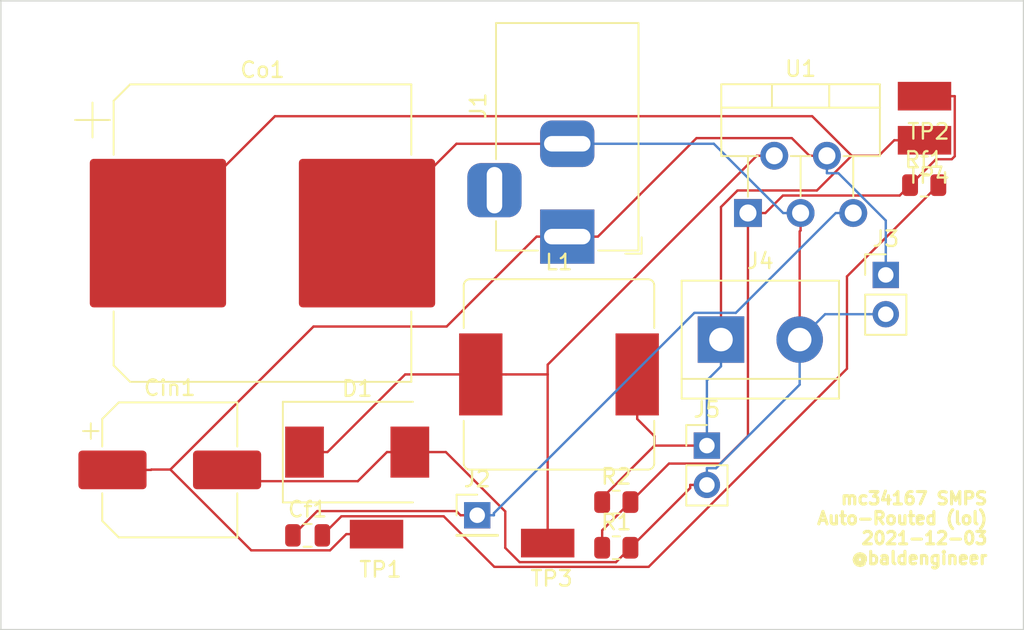
<source format=kicad_pcb>
(kicad_pcb (version 20171130) (host pcbnew "(5.1.10)-1")

  (general
    (thickness 1.6)
    (drawings 5)
    (tracks 109)
    (zones 0)
    (modules 18)
    (nets 8)
  )

  (page A4)
  (layers
    (0 F.Cu signal)
    (31 B.Cu signal)
    (32 B.Adhes user)
    (33 F.Adhes user)
    (34 B.Paste user)
    (35 F.Paste user)
    (36 B.SilkS user)
    (37 F.SilkS user)
    (38 B.Mask user)
    (39 F.Mask user)
    (40 Dwgs.User user)
    (41 Cmts.User user)
    (42 Eco1.User user)
    (43 Eco2.User user)
    (44 Edge.Cuts user)
    (45 Margin user)
    (46 B.CrtYd user)
    (47 F.CrtYd user)
    (48 B.Fab user)
    (49 F.Fab user)
  )

  (setup
    (last_trace_width 0.1524)
    (trace_clearance 0.1524)
    (zone_clearance 0.508)
    (zone_45_only no)
    (trace_min 0.1524)
    (via_size 0.8)
    (via_drill 0.4)
    (via_min_size 0.4)
    (via_min_drill 0.3)
    (uvia_size 0.3)
    (uvia_drill 0.1)
    (uvias_allowed no)
    (uvia_min_size 0.2)
    (uvia_min_drill 0.1)
    (edge_width 0.05)
    (segment_width 0.2)
    (pcb_text_width 0.3)
    (pcb_text_size 1.5 1.5)
    (mod_edge_width 0.12)
    (mod_text_size 1 1)
    (mod_text_width 0.15)
    (pad_size 1.524 1.524)
    (pad_drill 0.762)
    (pad_to_mask_clearance 0)
    (solder_mask_min_width 0.101)
    (aux_axis_origin 0 0)
    (visible_elements 7FFFFFFF)
    (pcbplotparams
      (layerselection 0x010fc_ffffffff)
      (usegerberextensions false)
      (usegerberattributes true)
      (usegerberadvancedattributes true)
      (creategerberjobfile true)
      (excludeedgelayer true)
      (linewidth 0.100000)
      (plotframeref false)
      (viasonmask false)
      (mode 1)
      (useauxorigin false)
      (hpglpennumber 1)
      (hpglpenspeed 20)
      (hpglpendiameter 15.000000)
      (psnegative false)
      (psa4output false)
      (plotreference true)
      (plotvalue true)
      (plotinvisibletext false)
      (padsonsilk false)
      (subtractmaskfromsilk false)
      (outputformat 1)
      (mirror false)
      (drillshape 1)
      (scaleselection 1)
      (outputdirectory ""))
  )

  (net 0 "")
  (net 1 "Net-(Cf1-Pad2)")
  (net 2 /Comp)
  (net 3 GND)
  (net 4 /Vin)
  (net 5 /Vout)
  (net 6 /SW)
  (net 7 /Fb)

  (net_class Default "This is the default net class."
    (clearance 0.1524)
    (trace_width 0.1524)
    (via_dia 0.8)
    (via_drill 0.4)
    (uvia_dia 0.3)
    (uvia_drill 0.1)
    (add_net /Comp)
    (add_net /Fb)
    (add_net /SW)
    (add_net /Vin)
    (add_net /Vout)
    (add_net GND)
    (add_net "Net-(Cf1-Pad2)")
  )

  (module Package_TO_SOT_THT:TO-220-5_P3.4x3.7mm_StaggerOdd_Lead3.8mm_Vertical (layer F.Cu) (tedit 5AF05A31) (tstamp 61A715AB)
    (at 149.842 94.994)
    (descr "TO-220-5, Vertical, RM 1.7mm, Pentawatt, Multiwatt-5, staggered type-1, see http://www.analog.com/media/en/package-pcb-resources/package/pkg_pdf/ltc-legacy-to-220/to-220_5_05-08-1421.pdf?domain=www.linear.com, https://www.diodes.com/assets/Package-Files/TO220-5.pdf")
    (tags "TO-220-5 Vertical RM 1.7mm Pentawatt Multiwatt-5 staggered type-1")
    (path /61A70213)
    (fp_text reference U1 (at 3.4 -9.32) (layer F.SilkS)
      (effects (font (size 1 1) (thickness 0.15)))
    )
    (fp_text value MC34167 (at 3.4 2.15) (layer F.Fab)
      (effects (font (size 1 1) (thickness 0.15)))
    )
    (fp_line (start 8.65 -8.45) (end -1.85 -8.45) (layer F.CrtYd) (width 0.05))
    (fp_line (start 8.65 1.15) (end 8.65 -8.45) (layer F.CrtYd) (width 0.05))
    (fp_line (start -1.85 1.15) (end 8.65 1.15) (layer F.CrtYd) (width 0.05))
    (fp_line (start -1.85 -8.45) (end -1.85 1.15) (layer F.CrtYd) (width 0.05))
    (fp_line (start 6.8 -3.679) (end 6.8 -1.065) (layer F.SilkS) (width 0.12))
    (fp_line (start 3.4 -3.679) (end 3.4 -1.065) (layer F.SilkS) (width 0.12))
    (fp_line (start 0 -3.679) (end 0 -1.049) (layer F.SilkS) (width 0.12))
    (fp_line (start 5.25 -8.32) (end 5.25 -6.811) (layer F.SilkS) (width 0.12))
    (fp_line (start 1.55 -8.32) (end 1.55 -6.811) (layer F.SilkS) (width 0.12))
    (fp_line (start -1.721 -6.811) (end 8.52 -6.811) (layer F.SilkS) (width 0.12))
    (fp_line (start 8.52 -8.32) (end 8.52 -3.679) (layer F.SilkS) (width 0.12))
    (fp_line (start -1.721 -8.32) (end -1.721 -3.679) (layer F.SilkS) (width 0.12))
    (fp_line (start 6.165 -3.679) (end 8.52 -3.679) (layer F.SilkS) (width 0.12))
    (fp_line (start 2.765 -3.679) (end 4.035 -3.679) (layer F.SilkS) (width 0.12))
    (fp_line (start -1.721 -3.679) (end 0.635 -3.679) (layer F.SilkS) (width 0.12))
    (fp_line (start -1.721 -8.32) (end 8.52 -8.32) (layer F.SilkS) (width 0.12))
    (fp_line (start 6.8 -3.8) (end 6.8 0) (layer F.Fab) (width 0.1))
    (fp_line (start 5.1 -3.8) (end 5.1 -3.7) (layer F.Fab) (width 0.1))
    (fp_line (start 3.4 -3.8) (end 3.4 0) (layer F.Fab) (width 0.1))
    (fp_line (start 1.7 -3.8) (end 1.7 -3.7) (layer F.Fab) (width 0.1))
    (fp_line (start 0 -3.8) (end 0 0) (layer F.Fab) (width 0.1))
    (fp_line (start 5.25 -8.2) (end 5.25 -6.93) (layer F.Fab) (width 0.1))
    (fp_line (start 1.55 -8.2) (end 1.55 -6.93) (layer F.Fab) (width 0.1))
    (fp_line (start -1.6 -6.93) (end 8.4 -6.93) (layer F.Fab) (width 0.1))
    (fp_line (start 8.4 -8.2) (end -1.6 -8.2) (layer F.Fab) (width 0.1))
    (fp_line (start 8.4 -3.8) (end 8.4 -8.2) (layer F.Fab) (width 0.1))
    (fp_line (start -1.6 -3.8) (end 8.4 -3.8) (layer F.Fab) (width 0.1))
    (fp_line (start -1.6 -8.2) (end -1.6 -3.8) (layer F.Fab) (width 0.1))
    (fp_text user %R (at 3.4 -9.32) (layer F.Fab)
      (effects (font (size 1 1) (thickness 0.15)))
    )
    (pad 5 thru_hole oval (at 6.8 0) (size 1.8 1.8) (drill 1.1) (layers *.Cu *.Mask)
      (net 2 /Comp))
    (pad 4 thru_hole oval (at 5.1 -3.7) (size 1.8 1.8) (drill 1.1) (layers *.Cu *.Mask)
      (net 4 /Vin))
    (pad 3 thru_hole oval (at 3.4 0) (size 1.8 1.8) (drill 1.1) (layers *.Cu *.Mask)
      (net 3 GND))
    (pad 2 thru_hole oval (at 1.7 -3.7) (size 1.8 1.8) (drill 1.1) (layers *.Cu *.Mask)
      (net 6 /SW))
    (pad 1 thru_hole rect (at 0 0) (size 1.8 1.8) (drill 1.1) (layers *.Cu *.Mask)
      (net 7 /Fb))
    (model ${KISYS3DMOD}/Package_TO_SOT_THT.3dshapes/TO-220-5_P3.4x3.7mm_StaggerOdd_Lead3.8mm_Vertical.wrl
      (at (xyz 0 0 0))
      (scale (xyz 1 1 1))
      (rotate (xyz 0 0 0))
    )
  )

  (module "My Libraries:Harwin-S1751-46-Test-Point" (layer F.Cu) (tedit 5F9F0FC9) (tstamp 61A71585)
    (at 161.242 90.294)
    (path /61A9AAB1)
    (fp_text reference TP4 (at 0.254 2.286) (layer F.SilkS)
      (effects (font (size 1 1) (thickness 0.15)))
    )
    (fp_text value Out (at 0 -1.778) (layer F.Fab)
      (effects (font (size 1 1) (thickness 0.15)))
    )
    (pad 1 smd rect (at 0 0) (size 3.45 1.85) (layers F.Cu F.Paste F.Mask)
      (net 5 /Vout))
    (model "C:/Users/balde/Dropbox/KiCad/Downloaded Libraries/s1751-46.stp"
      (offset (xyz 0 0.825 2))
      (scale (xyz 1 1 1))
      (rotate (xyz -90 0 0))
    )
  )

  (module "My Libraries:Harwin-S1751-46-Test-Point" (layer F.Cu) (tedit 5F9F0FC9) (tstamp 61A71580)
    (at 136.912 116.324)
    (path /61A95EFC)
    (fp_text reference TP3 (at 0.254 2.286) (layer F.SilkS)
      (effects (font (size 1 1) (thickness 0.15)))
    )
    (fp_text value SW (at 0 -1.778) (layer F.Fab)
      (effects (font (size 1 1) (thickness 0.15)))
    )
    (pad 1 smd rect (at 0 0) (size 3.45 1.85) (layers F.Cu F.Paste F.Mask)
      (net 6 /SW))
    (model "C:/Users/balde/Dropbox/KiCad/Downloaded Libraries/s1751-46.stp"
      (offset (xyz 0 0.825 2))
      (scale (xyz 1 1 1))
      (rotate (xyz -90 0 0))
    )
  )

  (module "My Libraries:Harwin-S1751-46-Test-Point" (layer F.Cu) (tedit 5F9F0FC9) (tstamp 61A7157B)
    (at 161.242 87.444)
    (path /61A968EB)
    (fp_text reference TP2 (at 0.254 2.286) (layer F.SilkS)
      (effects (font (size 1 1) (thickness 0.15)))
    )
    (fp_text value FB (at 0 -1.778) (layer F.Fab)
      (effects (font (size 1 1) (thickness 0.15)))
    )
    (pad 1 smd rect (at 0 0) (size 3.45 1.85) (layers F.Cu F.Paste F.Mask)
      (net 7 /Fb))
    (model "C:/Users/balde/Dropbox/KiCad/Downloaded Libraries/s1751-46.stp"
      (offset (xyz 0 0.825 2))
      (scale (xyz 1 1 1))
      (rotate (xyz -90 0 0))
    )
  )

  (module "My Libraries:Harwin-S1751-46-Test-Point" (layer F.Cu) (tedit 5F9F0FC9) (tstamp 61A71576)
    (at 125.862 115.744)
    (path /61A9A115)
    (fp_text reference TP1 (at 0.254 2.286) (layer F.SilkS)
      (effects (font (size 1 1) (thickness 0.15)))
    )
    (fp_text value In (at 0 -1.778) (layer F.Fab)
      (effects (font (size 1 1) (thickness 0.15)))
    )
    (pad 1 smd rect (at 0 0) (size 3.45 1.85) (layers F.Cu F.Paste F.Mask)
      (net 4 /Vin))
    (model "C:/Users/balde/Dropbox/KiCad/Downloaded Libraries/s1751-46.stp"
      (offset (xyz 0 0.825 2))
      (scale (xyz 1 1 1))
      (rotate (xyz -90 0 0))
    )
  )

  (module Resistor_SMD:R_0805_2012Metric (layer F.Cu) (tedit 5F68FEEE) (tstamp 61A71571)
    (at 161.222 93.194)
    (descr "Resistor SMD 0805 (2012 Metric), square (rectangular) end terminal, IPC_7351 nominal, (Body size source: IPC-SM-782 page 72, https://www.pcb-3d.com/wordpress/wp-content/uploads/ipc-sm-782a_amendment_1_and_2.pdf), generated with kicad-footprint-generator")
    (tags resistor)
    (path /61A77739)
    (attr smd)
    (fp_text reference Rf1 (at 0 -1.65) (layer F.SilkS)
      (effects (font (size 1 1) (thickness 0.15)))
    )
    (fp_text value 68k (at 0 1.65) (layer F.Fab)
      (effects (font (size 1 1) (thickness 0.15)))
    )
    (fp_line (start 1.68 0.95) (end -1.68 0.95) (layer F.CrtYd) (width 0.05))
    (fp_line (start 1.68 -0.95) (end 1.68 0.95) (layer F.CrtYd) (width 0.05))
    (fp_line (start -1.68 -0.95) (end 1.68 -0.95) (layer F.CrtYd) (width 0.05))
    (fp_line (start -1.68 0.95) (end -1.68 -0.95) (layer F.CrtYd) (width 0.05))
    (fp_line (start -0.227064 0.735) (end 0.227064 0.735) (layer F.SilkS) (width 0.12))
    (fp_line (start -0.227064 -0.735) (end 0.227064 -0.735) (layer F.SilkS) (width 0.12))
    (fp_line (start 1 0.625) (end -1 0.625) (layer F.Fab) (width 0.1))
    (fp_line (start 1 -0.625) (end 1 0.625) (layer F.Fab) (width 0.1))
    (fp_line (start -1 -0.625) (end 1 -0.625) (layer F.Fab) (width 0.1))
    (fp_line (start -1 0.625) (end -1 -0.625) (layer F.Fab) (width 0.1))
    (fp_text user %R (at 0 0) (layer F.Fab)
      (effects (font (size 0.5 0.5) (thickness 0.08)))
    )
    (pad 2 smd roundrect (at 0.9125 0) (size 1.025 1.4) (layers F.Cu F.Paste F.Mask) (roundrect_rratio 0.243902)
      (net 1 "Net-(Cf1-Pad2)"))
    (pad 1 smd roundrect (at -0.9125 0) (size 1.025 1.4) (layers F.Cu F.Paste F.Mask) (roundrect_rratio 0.243902)
      (net 7 /Fb))
    (model ${KISYS3DMOD}/Resistor_SMD.3dshapes/R_0805_2012Metric.wrl
      (at (xyz 0 0 0))
      (scale (xyz 1 1 1))
      (rotate (xyz 0 0 0))
    )
  )

  (module Resistor_SMD:R_0805_2012Metric (layer F.Cu) (tedit 5F68FEEE) (tstamp 61A71560)
    (at 141.342 113.674)
    (descr "Resistor SMD 0805 (2012 Metric), square (rectangular) end terminal, IPC_7351 nominal, (Body size source: IPC-SM-782 page 72, https://www.pcb-3d.com/wordpress/wp-content/uploads/ipc-sm-782a_amendment_1_and_2.pdf), generated with kicad-footprint-generator")
    (tags resistor)
    (path /61A725E4)
    (attr smd)
    (fp_text reference R2 (at 0 -1.65) (layer F.SilkS)
      (effects (font (size 1 1) (thickness 0.15)))
    )
    (fp_text value 6.8k (at 0 1.65) (layer F.Fab)
      (effects (font (size 1 1) (thickness 0.15)))
    )
    (fp_line (start 1.68 0.95) (end -1.68 0.95) (layer F.CrtYd) (width 0.05))
    (fp_line (start 1.68 -0.95) (end 1.68 0.95) (layer F.CrtYd) (width 0.05))
    (fp_line (start -1.68 -0.95) (end 1.68 -0.95) (layer F.CrtYd) (width 0.05))
    (fp_line (start -1.68 0.95) (end -1.68 -0.95) (layer F.CrtYd) (width 0.05))
    (fp_line (start -0.227064 0.735) (end 0.227064 0.735) (layer F.SilkS) (width 0.12))
    (fp_line (start -0.227064 -0.735) (end 0.227064 -0.735) (layer F.SilkS) (width 0.12))
    (fp_line (start 1 0.625) (end -1 0.625) (layer F.Fab) (width 0.1))
    (fp_line (start 1 -0.625) (end 1 0.625) (layer F.Fab) (width 0.1))
    (fp_line (start -1 -0.625) (end 1 -0.625) (layer F.Fab) (width 0.1))
    (fp_line (start -1 0.625) (end -1 -0.625) (layer F.Fab) (width 0.1))
    (fp_text user %R (at 0 0) (layer F.Fab)
      (effects (font (size 0.5 0.5) (thickness 0.08)))
    )
    (pad 2 smd roundrect (at 0.9125 0) (size 1.025 1.4) (layers F.Cu F.Paste F.Mask) (roundrect_rratio 0.243902)
      (net 7 /Fb))
    (pad 1 smd roundrect (at -0.9125 0) (size 1.025 1.4) (layers F.Cu F.Paste F.Mask) (roundrect_rratio 0.243902)
      (net 5 /Vout))
    (model ${KISYS3DMOD}/Resistor_SMD.3dshapes/R_0805_2012Metric.wrl
      (at (xyz 0 0 0))
      (scale (xyz 1 1 1))
      (rotate (xyz 0 0 0))
    )
  )

  (module Resistor_SMD:R_0805_2012Metric (layer F.Cu) (tedit 5F68FEEE) (tstamp 61A7154F)
    (at 141.342 116.624)
    (descr "Resistor SMD 0805 (2012 Metric), square (rectangular) end terminal, IPC_7351 nominal, (Body size source: IPC-SM-782 page 72, https://www.pcb-3d.com/wordpress/wp-content/uploads/ipc-sm-782a_amendment_1_and_2.pdf), generated with kicad-footprint-generator")
    (tags resistor)
    (path /61A86475)
    (attr smd)
    (fp_text reference R1 (at 0 -1.65) (layer F.SilkS)
      (effects (font (size 1 1) (thickness 0.15)))
    )
    (fp_text value k (at 0 1.65) (layer F.Fab)
      (effects (font (size 1 1) (thickness 0.15)))
    )
    (fp_line (start 1.68 0.95) (end -1.68 0.95) (layer F.CrtYd) (width 0.05))
    (fp_line (start 1.68 -0.95) (end 1.68 0.95) (layer F.CrtYd) (width 0.05))
    (fp_line (start -1.68 -0.95) (end 1.68 -0.95) (layer F.CrtYd) (width 0.05))
    (fp_line (start -1.68 0.95) (end -1.68 -0.95) (layer F.CrtYd) (width 0.05))
    (fp_line (start -0.227064 0.735) (end 0.227064 0.735) (layer F.SilkS) (width 0.12))
    (fp_line (start -0.227064 -0.735) (end 0.227064 -0.735) (layer F.SilkS) (width 0.12))
    (fp_line (start 1 0.625) (end -1 0.625) (layer F.Fab) (width 0.1))
    (fp_line (start 1 -0.625) (end 1 0.625) (layer F.Fab) (width 0.1))
    (fp_line (start -1 -0.625) (end 1 -0.625) (layer F.Fab) (width 0.1))
    (fp_line (start -1 0.625) (end -1 -0.625) (layer F.Fab) (width 0.1))
    (fp_text user %R (at 0 0) (layer F.Fab)
      (effects (font (size 0.5 0.5) (thickness 0.08)))
    )
    (pad 2 smd roundrect (at 0.9125 0) (size 1.025 1.4) (layers F.Cu F.Paste F.Mask) (roundrect_rratio 0.243902)
      (net 3 GND))
    (pad 1 smd roundrect (at -0.9125 0) (size 1.025 1.4) (layers F.Cu F.Paste F.Mask) (roundrect_rratio 0.243902)
      (net 7 /Fb))
    (model ${KISYS3DMOD}/Resistor_SMD.3dshapes/R_0805_2012Metric.wrl
      (at (xyz 0 0 0))
      (scale (xyz 1 1 1))
      (rotate (xyz 0 0 0))
    )
  )

  (module Inductor_SMD:L_Bourns_SRR1210A (layer F.Cu) (tedit 5B853E9E) (tstamp 61A7153E)
    (at 137.642 105.424)
    (descr "Bourns SRR1210A series SMD inductor https://www.bourns.com/docs/Product-Datasheets/SRR1210A.pdf")
    (tags "Bourns SRR1210A SMD inductor")
    (path /61A73B52)
    (attr smd)
    (fp_text reference L1 (at 0 -7.25) (layer F.SilkS)
      (effects (font (size 1 1) (thickness 0.15)))
    )
    (fp_text value 180u (at 0 7.4) (layer F.Fab)
      (effects (font (size 1 1) (thickness 0.15)))
    )
    (fp_line (start -6.25 -5.75) (end -6.25 -2.9) (layer F.CrtYd) (width 0.05))
    (fp_line (start -6.7 -2.9) (end -6.7 2.9) (layer F.CrtYd) (width 0.05))
    (fp_line (start -6.25 2.9) (end -6.7 2.9) (layer F.CrtYd) (width 0.05))
    (fp_line (start -6.7 -2.9) (end -6.25 -2.9) (layer F.CrtYd) (width 0.05))
    (fp_line (start 6.25 -5.75) (end 6.25 -2.9) (layer F.CrtYd) (width 0.05))
    (fp_line (start 6.7 2.9) (end 6.25 2.9) (layer F.CrtYd) (width 0.05))
    (fp_line (start 6.7 -2.9) (end 6.7 2.9) (layer F.CrtYd) (width 0.05))
    (fp_line (start 6.7 -2.9) (end 6.25 -2.9) (layer F.CrtYd) (width 0.05))
    (fp_line (start 6.15 3) (end 6.15 5.75) (layer F.SilkS) (width 0.12))
    (fp_line (start -6.15 3) (end -6.15 5.75) (layer F.SilkS) (width 0.12))
    (fp_line (start 6.25 2.9) (end 6.25 5.75) (layer F.CrtYd) (width 0.05))
    (fp_line (start 5.75 6.25) (end -5.75 6.25) (layer F.CrtYd) (width 0.05))
    (fp_line (start -6.25 5.75) (end -6.25 2.9) (layer F.CrtYd) (width 0.05))
    (fp_line (start -5.75 -6.25) (end 5.75 -6.25) (layer F.CrtYd) (width 0.05))
    (fp_line (start 6.15 -5.75) (end 6.15 -3) (layer F.SilkS) (width 0.12))
    (fp_line (start 5.75 6.15) (end -5.75 6.15) (layer F.SilkS) (width 0.12))
    (fp_line (start -6.15 -5.75) (end -6.15 -3) (layer F.SilkS) (width 0.12))
    (fp_line (start -5.75 -6.15) (end 5.75 -6.15) (layer F.SilkS) (width 0.12))
    (fp_line (start 4 -2) (end 4 2) (layer F.Fab) (width 0.1))
    (fp_line (start 6 -5.75) (end 6 5.75) (layer F.Fab) (width 0.1))
    (fp_line (start 5.75 6) (end -5.75 6) (layer F.Fab) (width 0.1))
    (fp_line (start -6 -5.75) (end -6 5.75) (layer F.Fab) (width 0.1))
    (fp_line (start -4 2) (end -4 -2) (layer F.Fab) (width 0.1))
    (fp_line (start -5.75 -6) (end 5.75 -6) (layer F.Fab) (width 0.1))
    (fp_circle (center 0 0) (end 0 -5.6) (layer F.Fab) (width 0.1))
    (fp_arc (start 5.75 -5.75) (end 6.25 -5.75) (angle -90) (layer F.CrtYd) (width 0.05))
    (fp_arc (start 5.75 5.75) (end 5.75 6.25) (angle -90) (layer F.CrtYd) (width 0.05))
    (fp_arc (start -5.75 5.75) (end -6.25 5.75) (angle -90) (layer F.CrtYd) (width 0.05))
    (fp_arc (start -5.75 -5.75) (end -5.75 -6.25) (angle -90) (layer F.CrtYd) (width 0.05))
    (fp_arc (start 5.75 -5.75) (end 6.15 -5.75) (angle -90) (layer F.SilkS) (width 0.12))
    (fp_arc (start 5.75 5.75) (end 5.75 6.15) (angle -90) (layer F.SilkS) (width 0.12))
    (fp_arc (start -5.75 5.75) (end -6.15 5.75) (angle -90) (layer F.SilkS) (width 0.12))
    (fp_arc (start -5.75 -5.75) (end -5.75 -6.15) (angle -90) (layer F.SilkS) (width 0.12))
    (fp_arc (start -5.75 5.75) (end -6 5.75) (angle -90) (layer F.Fab) (width 0.1))
    (fp_arc (start 5.75 5.75) (end 5.75 6) (angle -90) (layer F.Fab) (width 0.1))
    (fp_arc (start 5.75 -5.75) (end 6 -5.75) (angle -90) (layer F.Fab) (width 0.1))
    (fp_arc (start -5.75 -5.75) (end -5.75 -6) (angle -90) (layer F.Fab) (width 0.1))
    (fp_text user %R (at 0 0) (layer F.Fab)
      (effects (font (size 1 1) (thickness 0.15)))
    )
    (pad 1 smd rect (at -5.05 0) (size 2.8 5.3) (layers F.Cu F.Paste F.Mask)
      (net 6 /SW))
    (pad 2 smd rect (at 5.05 0) (size 2.8 5.3) (layers F.Cu F.Paste F.Mask)
      (net 5 /Vout))
    (model ${KISYS3DMOD}/Inductor_SMD.3dshapes/L_Bourns_SRR1210A.wrl
      (at (xyz 0 0 0))
      (scale (xyz 1 1 1))
      (rotate (xyz 0 0 0))
    )
  )

  (module Connector_PinHeader_2.54mm:PinHeader_1x02_P2.54mm_Vertical (layer F.Cu) (tedit 59FED5CC) (tstamp 61A71512)
    (at 147.192 110.024)
    (descr "Through hole straight pin header, 1x02, 2.54mm pitch, single row")
    (tags "Through hole pin header THT 1x02 2.54mm single row")
    (path /61A90BF4)
    (fp_text reference J5 (at 0 -2.33) (layer F.SilkS)
      (effects (font (size 1 1) (thickness 0.15)))
    )
    (fp_text value Vout_HDR (at 0 4.87) (layer F.Fab)
      (effects (font (size 1 1) (thickness 0.15)))
    )
    (fp_line (start 1.8 -1.8) (end -1.8 -1.8) (layer F.CrtYd) (width 0.05))
    (fp_line (start 1.8 4.35) (end 1.8 -1.8) (layer F.CrtYd) (width 0.05))
    (fp_line (start -1.8 4.35) (end 1.8 4.35) (layer F.CrtYd) (width 0.05))
    (fp_line (start -1.8 -1.8) (end -1.8 4.35) (layer F.CrtYd) (width 0.05))
    (fp_line (start -1.33 -1.33) (end 0 -1.33) (layer F.SilkS) (width 0.12))
    (fp_line (start -1.33 0) (end -1.33 -1.33) (layer F.SilkS) (width 0.12))
    (fp_line (start -1.33 1.27) (end 1.33 1.27) (layer F.SilkS) (width 0.12))
    (fp_line (start 1.33 1.27) (end 1.33 3.87) (layer F.SilkS) (width 0.12))
    (fp_line (start -1.33 1.27) (end -1.33 3.87) (layer F.SilkS) (width 0.12))
    (fp_line (start -1.33 3.87) (end 1.33 3.87) (layer F.SilkS) (width 0.12))
    (fp_line (start -1.27 -0.635) (end -0.635 -1.27) (layer F.Fab) (width 0.1))
    (fp_line (start -1.27 3.81) (end -1.27 -0.635) (layer F.Fab) (width 0.1))
    (fp_line (start 1.27 3.81) (end -1.27 3.81) (layer F.Fab) (width 0.1))
    (fp_line (start 1.27 -1.27) (end 1.27 3.81) (layer F.Fab) (width 0.1))
    (fp_line (start -0.635 -1.27) (end 1.27 -1.27) (layer F.Fab) (width 0.1))
    (fp_text user %R (at 0 1.27 90) (layer F.Fab)
      (effects (font (size 1 1) (thickness 0.15)))
    )
    (pad 2 thru_hole oval (at 0 2.54) (size 1.7 1.7) (drill 1) (layers *.Cu *.Mask)
      (net 3 GND))
    (pad 1 thru_hole rect (at 0 0) (size 1.7 1.7) (drill 1) (layers *.Cu *.Mask)
      (net 5 /Vout))
    (model ${KISYS3DMOD}/Connector_PinHeader_2.54mm.3dshapes/PinHeader_1x02_P2.54mm_Vertical.wrl
      (at (xyz 0 0 0))
      (scale (xyz 1 1 1))
      (rotate (xyz 0 0 0))
    )
  )

  (module TerminalBlock:TerminalBlock_bornier-2_P5.08mm (layer F.Cu) (tedit 59FF03AB) (tstamp 61A714FC)
    (at 148.102 103.174)
    (descr "simple 2-pin terminal block, pitch 5.08mm, revamped version of bornier2")
    (tags "terminal block bornier2")
    (path /61A9379A)
    (fp_text reference J4 (at 2.54 -5.08) (layer F.SilkS)
      (effects (font (size 1 1) (thickness 0.15)))
    )
    (fp_text value Vout_Screw (at 2.54 5.08) (layer F.Fab)
      (effects (font (size 1 1) (thickness 0.15)))
    )
    (fp_line (start 7.79 4) (end -2.71 4) (layer F.CrtYd) (width 0.05))
    (fp_line (start 7.79 4) (end 7.79 -4) (layer F.CrtYd) (width 0.05))
    (fp_line (start -2.71 -4) (end -2.71 4) (layer F.CrtYd) (width 0.05))
    (fp_line (start -2.71 -4) (end 7.79 -4) (layer F.CrtYd) (width 0.05))
    (fp_line (start -2.54 3.81) (end 7.62 3.81) (layer F.SilkS) (width 0.12))
    (fp_line (start -2.54 -3.81) (end -2.54 3.81) (layer F.SilkS) (width 0.12))
    (fp_line (start 7.62 -3.81) (end -2.54 -3.81) (layer F.SilkS) (width 0.12))
    (fp_line (start 7.62 3.81) (end 7.62 -3.81) (layer F.SilkS) (width 0.12))
    (fp_line (start 7.62 2.54) (end -2.54 2.54) (layer F.SilkS) (width 0.12))
    (fp_line (start 7.54 -3.75) (end -2.46 -3.75) (layer F.Fab) (width 0.1))
    (fp_line (start 7.54 3.75) (end 7.54 -3.75) (layer F.Fab) (width 0.1))
    (fp_line (start -2.46 3.75) (end 7.54 3.75) (layer F.Fab) (width 0.1))
    (fp_line (start -2.46 -3.75) (end -2.46 3.75) (layer F.Fab) (width 0.1))
    (fp_line (start -2.41 2.55) (end 7.49 2.55) (layer F.Fab) (width 0.1))
    (fp_text user %R (at 2.54 0) (layer F.Fab)
      (effects (font (size 1 1) (thickness 0.15)))
    )
    (pad 2 thru_hole circle (at 5.08 0) (size 3 3) (drill 1.52) (layers *.Cu *.Mask)
      (net 3 GND))
    (pad 1 thru_hole rect (at 0 0) (size 3 3) (drill 1.52) (layers *.Cu *.Mask)
      (net 5 /Vout))
    (model ${KISYS3DMOD}/TerminalBlock.3dshapes/TerminalBlock_bornier-2_P5.08mm.wrl
      (offset (xyz 2.539999961853027 0 0))
      (scale (xyz 1 1 1))
      (rotate (xyz 0 0 0))
    )
  )

  (module Connector_PinHeader_2.54mm:PinHeader_1x02_P2.54mm_Vertical (layer F.Cu) (tedit 59FED5CC) (tstamp 61A714E7)
    (at 158.742 98.994)
    (descr "Through hole straight pin header, 1x02, 2.54mm pitch, single row")
    (tags "Through hole pin header THT 1x02 2.54mm single row")
    (path /61A8F106)
    (fp_text reference J3 (at 0 -2.33) (layer F.SilkS)
      (effects (font (size 1 1) (thickness 0.15)))
    )
    (fp_text value Vin_HDR (at 0 4.87) (layer F.Fab)
      (effects (font (size 1 1) (thickness 0.15)))
    )
    (fp_line (start 1.8 -1.8) (end -1.8 -1.8) (layer F.CrtYd) (width 0.05))
    (fp_line (start 1.8 4.35) (end 1.8 -1.8) (layer F.CrtYd) (width 0.05))
    (fp_line (start -1.8 4.35) (end 1.8 4.35) (layer F.CrtYd) (width 0.05))
    (fp_line (start -1.8 -1.8) (end -1.8 4.35) (layer F.CrtYd) (width 0.05))
    (fp_line (start -1.33 -1.33) (end 0 -1.33) (layer F.SilkS) (width 0.12))
    (fp_line (start -1.33 0) (end -1.33 -1.33) (layer F.SilkS) (width 0.12))
    (fp_line (start -1.33 1.27) (end 1.33 1.27) (layer F.SilkS) (width 0.12))
    (fp_line (start 1.33 1.27) (end 1.33 3.87) (layer F.SilkS) (width 0.12))
    (fp_line (start -1.33 1.27) (end -1.33 3.87) (layer F.SilkS) (width 0.12))
    (fp_line (start -1.33 3.87) (end 1.33 3.87) (layer F.SilkS) (width 0.12))
    (fp_line (start -1.27 -0.635) (end -0.635 -1.27) (layer F.Fab) (width 0.1))
    (fp_line (start -1.27 3.81) (end -1.27 -0.635) (layer F.Fab) (width 0.1))
    (fp_line (start 1.27 3.81) (end -1.27 3.81) (layer F.Fab) (width 0.1))
    (fp_line (start 1.27 -1.27) (end 1.27 3.81) (layer F.Fab) (width 0.1))
    (fp_line (start -0.635 -1.27) (end 1.27 -1.27) (layer F.Fab) (width 0.1))
    (fp_text user %R (at 0 1.27 90) (layer F.Fab)
      (effects (font (size 1 1) (thickness 0.15)))
    )
    (pad 2 thru_hole oval (at 0 2.54) (size 1.7 1.7) (drill 1) (layers *.Cu *.Mask)
      (net 3 GND))
    (pad 1 thru_hole rect (at 0 0) (size 1.7 1.7) (drill 1) (layers *.Cu *.Mask)
      (net 4 /Vin))
    (model ${KISYS3DMOD}/Connector_PinHeader_2.54mm.3dshapes/PinHeader_1x02_P2.54mm_Vertical.wrl
      (at (xyz 0 0 0))
      (scale (xyz 1 1 1))
      (rotate (xyz 0 0 0))
    )
  )

  (module Connector_PinHeader_2.54mm:PinHeader_1x01_P2.54mm_Vertical (layer F.Cu) (tedit 59FED5CC) (tstamp 61A714D1)
    (at 132.362 114.524)
    (descr "Through hole straight pin header, 1x01, 2.54mm pitch, single row")
    (tags "Through hole pin header THT 1x01 2.54mm single row")
    (path /61A9830F)
    (fp_text reference J2 (at 0 -2.33) (layer F.SilkS)
      (effects (font (size 1 1) (thickness 0.15)))
    )
    (fp_text value Comp (at 0 2.33) (layer F.Fab)
      (effects (font (size 1 1) (thickness 0.15)))
    )
    (fp_line (start 1.8 -1.8) (end -1.8 -1.8) (layer F.CrtYd) (width 0.05))
    (fp_line (start 1.8 1.8) (end 1.8 -1.8) (layer F.CrtYd) (width 0.05))
    (fp_line (start -1.8 1.8) (end 1.8 1.8) (layer F.CrtYd) (width 0.05))
    (fp_line (start -1.8 -1.8) (end -1.8 1.8) (layer F.CrtYd) (width 0.05))
    (fp_line (start -1.33 -1.33) (end 0 -1.33) (layer F.SilkS) (width 0.12))
    (fp_line (start -1.33 0) (end -1.33 -1.33) (layer F.SilkS) (width 0.12))
    (fp_line (start -1.33 1.27) (end 1.33 1.27) (layer F.SilkS) (width 0.12))
    (fp_line (start 1.33 1.27) (end 1.33 1.33) (layer F.SilkS) (width 0.12))
    (fp_line (start -1.33 1.27) (end -1.33 1.33) (layer F.SilkS) (width 0.12))
    (fp_line (start -1.33 1.33) (end 1.33 1.33) (layer F.SilkS) (width 0.12))
    (fp_line (start -1.27 -0.635) (end -0.635 -1.27) (layer F.Fab) (width 0.1))
    (fp_line (start -1.27 1.27) (end -1.27 -0.635) (layer F.Fab) (width 0.1))
    (fp_line (start 1.27 1.27) (end -1.27 1.27) (layer F.Fab) (width 0.1))
    (fp_line (start 1.27 -1.27) (end 1.27 1.27) (layer F.Fab) (width 0.1))
    (fp_line (start -0.635 -1.27) (end 1.27 -1.27) (layer F.Fab) (width 0.1))
    (fp_text user %R (at 0 0 90) (layer F.Fab)
      (effects (font (size 1 1) (thickness 0.15)))
    )
    (pad 1 thru_hole rect (at 0 0) (size 1.7 1.7) (drill 1) (layers *.Cu *.Mask)
      (net 2 /Comp))
    (model ${KISYS3DMOD}/Connector_PinHeader_2.54mm.3dshapes/PinHeader_1x01_P2.54mm_Vertical.wrl
      (at (xyz 0 0 0))
      (scale (xyz 1 1 1))
      (rotate (xyz 0 0 0))
    )
  )

  (module Connector_BarrelJack:BarrelJack_Horizontal (layer F.Cu) (tedit 5A1DBF6A) (tstamp 61A714BC)
    (at 138.176 96.52 270)
    (descr "DC Barrel Jack")
    (tags "Power Jack")
    (path /61A895EC)
    (fp_text reference J1 (at -8.45 5.75 90) (layer F.SilkS)
      (effects (font (size 1 1) (thickness 0.15)))
    )
    (fp_text value Vin_Jack (at -6.2 -5.5 90) (layer F.Fab)
      (effects (font (size 1 1) (thickness 0.15)))
    )
    (fp_line (start 0 -4.5) (end -13.7 -4.5) (layer F.Fab) (width 0.1))
    (fp_line (start 0.8 4.5) (end 0.8 -3.75) (layer F.Fab) (width 0.1))
    (fp_line (start -13.7 4.5) (end 0.8 4.5) (layer F.Fab) (width 0.1))
    (fp_line (start -13.7 -4.5) (end -13.7 4.5) (layer F.Fab) (width 0.1))
    (fp_line (start -10.2 -4.5) (end -10.2 4.5) (layer F.Fab) (width 0.1))
    (fp_line (start 0.9 -4.6) (end 0.9 -2) (layer F.SilkS) (width 0.12))
    (fp_line (start -13.8 -4.6) (end 0.9 -4.6) (layer F.SilkS) (width 0.12))
    (fp_line (start 0.9 4.6) (end -1 4.6) (layer F.SilkS) (width 0.12))
    (fp_line (start 0.9 1.9) (end 0.9 4.6) (layer F.SilkS) (width 0.12))
    (fp_line (start -13.8 4.6) (end -13.8 -4.6) (layer F.SilkS) (width 0.12))
    (fp_line (start -5 4.6) (end -13.8 4.6) (layer F.SilkS) (width 0.12))
    (fp_line (start -14 4.75) (end -14 -4.75) (layer F.CrtYd) (width 0.05))
    (fp_line (start -5 4.75) (end -14 4.75) (layer F.CrtYd) (width 0.05))
    (fp_line (start -5 6.75) (end -5 4.75) (layer F.CrtYd) (width 0.05))
    (fp_line (start -1 6.75) (end -5 6.75) (layer F.CrtYd) (width 0.05))
    (fp_line (start -1 4.75) (end -1 6.75) (layer F.CrtYd) (width 0.05))
    (fp_line (start 1 4.75) (end -1 4.75) (layer F.CrtYd) (width 0.05))
    (fp_line (start 1 2) (end 1 4.75) (layer F.CrtYd) (width 0.05))
    (fp_line (start 2 2) (end 1 2) (layer F.CrtYd) (width 0.05))
    (fp_line (start 2 -2) (end 2 2) (layer F.CrtYd) (width 0.05))
    (fp_line (start 1 -2) (end 2 -2) (layer F.CrtYd) (width 0.05))
    (fp_line (start 1 -4.5) (end 1 -2) (layer F.CrtYd) (width 0.05))
    (fp_line (start 1 -4.75) (end -14 -4.75) (layer F.CrtYd) (width 0.05))
    (fp_line (start 1 -4.5) (end 1 -4.75) (layer F.CrtYd) (width 0.05))
    (fp_line (start 0.05 -4.8) (end 1.1 -4.8) (layer F.SilkS) (width 0.12))
    (fp_line (start 1.1 -3.75) (end 1.1 -4.8) (layer F.SilkS) (width 0.12))
    (fp_line (start -0.003213 -4.505425) (end 0.8 -3.75) (layer F.Fab) (width 0.1))
    (fp_text user %R (at -3 -2.95 90) (layer F.Fab)
      (effects (font (size 1 1) (thickness 0.15)))
    )
    (pad 3 thru_hole roundrect (at -3 4.7 270) (size 3.5 3.5) (drill oval 3 1) (layers *.Cu *.Mask) (roundrect_rratio 0.25))
    (pad 2 thru_hole roundrect (at -6 0 270) (size 3 3.5) (drill oval 1 3) (layers *.Cu *.Mask) (roundrect_rratio 0.25)
      (net 3 GND))
    (pad 1 thru_hole rect (at 0 0 270) (size 3.5 3.5) (drill oval 1 3) (layers *.Cu *.Mask)
      (net 4 /Vin))
    (model ${KISYS3DMOD}/Connector_BarrelJack.3dshapes/BarrelJack_Horizontal.wrl
      (at (xyz 0 0 0))
      (scale (xyz 1 1 1))
      (rotate (xyz 0 0 0))
    )
  )

  (module Diode_SMD:D_SMC (layer F.Cu) (tedit 5864295D) (tstamp 61A71499)
    (at 124.612 110.444)
    (descr "Diode SMC (DO-214AB)")
    (tags "Diode SMC (DO-214AB)")
    (path /61A7C052)
    (attr smd)
    (fp_text reference D1 (at 0 -4.1) (layer F.SilkS)
      (effects (font (size 1 1) (thickness 0.15)))
    )
    (fp_text value 50V,5A (at 0 4.2) (layer F.Fab)
      (effects (font (size 1 1) (thickness 0.15)))
    )
    (fp_line (start -4.8 -3.25) (end 3.6 -3.25) (layer F.SilkS) (width 0.12))
    (fp_line (start -4.8 3.25) (end 3.6 3.25) (layer F.SilkS) (width 0.12))
    (fp_line (start -0.64944 0.00102) (end 0.50118 -0.79908) (layer F.Fab) (width 0.1))
    (fp_line (start -0.64944 0.00102) (end 0.50118 0.75032) (layer F.Fab) (width 0.1))
    (fp_line (start 0.50118 0.75032) (end 0.50118 -0.79908) (layer F.Fab) (width 0.1))
    (fp_line (start -0.64944 -0.79908) (end -0.64944 0.80112) (layer F.Fab) (width 0.1))
    (fp_line (start 0.50118 0.00102) (end 1.4994 0.00102) (layer F.Fab) (width 0.1))
    (fp_line (start -0.64944 0.00102) (end -1.55114 0.00102) (layer F.Fab) (width 0.1))
    (fp_line (start -4.9 3.35) (end -4.9 -3.35) (layer F.CrtYd) (width 0.05))
    (fp_line (start 4.9 3.35) (end -4.9 3.35) (layer F.CrtYd) (width 0.05))
    (fp_line (start 4.9 -3.35) (end 4.9 3.35) (layer F.CrtYd) (width 0.05))
    (fp_line (start -4.9 -3.35) (end 4.9 -3.35) (layer F.CrtYd) (width 0.05))
    (fp_line (start 3.55 -3.1) (end -3.55 -3.1) (layer F.Fab) (width 0.1))
    (fp_line (start 3.55 -3.1) (end 3.55 3.1) (layer F.Fab) (width 0.1))
    (fp_line (start -3.55 3.1) (end -3.55 -3.1) (layer F.Fab) (width 0.1))
    (fp_line (start 3.55 3.1) (end -3.55 3.1) (layer F.Fab) (width 0.1))
    (fp_line (start -4.8 3.25) (end -4.8 -3.25) (layer F.SilkS) (width 0.12))
    (fp_text user %R (at 0 -1.9) (layer F.Fab)
      (effects (font (size 1 1) (thickness 0.15)))
    )
    (pad 2 smd rect (at 3.4 0 90) (size 3.3 2.5) (layers F.Cu F.Paste F.Mask)
      (net 3 GND))
    (pad 1 smd rect (at -3.4 0 90) (size 3.3 2.5) (layers F.Cu F.Paste F.Mask)
      (net 6 /SW))
    (model ${KISYS3DMOD}/Diode_SMD.3dshapes/D_SMC.wrl
      (at (xyz 0 0 0))
      (scale (xyz 1 1 1))
      (rotate (xyz 0 0 0))
    )
  )

  (module Capacitor_SMD:CP_Elec_18x17.5 (layer F.Cu) (tedit 5BCA39D1) (tstamp 61A71481)
    (at 118.497 96.294)
    (descr "SMD capacitor, aluminum electrolytic, Vishay 1816, 18.0x17.5mm, http://www.vishay.com/docs/28395/150crz.pdf")
    (tags "capacitor electrolytic")
    (path /61A75D36)
    (attr smd)
    (fp_text reference Co1 (at 0 -10.55) (layer F.SilkS)
      (effects (font (size 1 1) (thickness 0.15)))
    )
    (fp_text value 4700u (at 0 10.55) (layer F.Fab)
      (effects (font (size 1 1) (thickness 0.15)))
    )
    (fp_line (start -11.4 5.05) (end -9.75 5.05) (layer F.CrtYd) (width 0.05))
    (fp_line (start -11.4 -5.05) (end -11.4 5.05) (layer F.CrtYd) (width 0.05))
    (fp_line (start -9.75 -5.05) (end -11.4 -5.05) (layer F.CrtYd) (width 0.05))
    (fp_line (start -9.75 5.05) (end -9.75 8.6) (layer F.CrtYd) (width 0.05))
    (fp_line (start -9.75 -8.6) (end -9.75 -5.05) (layer F.CrtYd) (width 0.05))
    (fp_line (start -9.75 -8.6) (end -8.6 -9.75) (layer F.CrtYd) (width 0.05))
    (fp_line (start -9.75 8.6) (end -8.6 9.75) (layer F.CrtYd) (width 0.05))
    (fp_line (start -8.6 -9.75) (end 9.75 -9.75) (layer F.CrtYd) (width 0.05))
    (fp_line (start -8.6 9.75) (end 9.75 9.75) (layer F.CrtYd) (width 0.05))
    (fp_line (start 9.75 5.05) (end 9.75 9.75) (layer F.CrtYd) (width 0.05))
    (fp_line (start 11.4 5.05) (end 9.75 5.05) (layer F.CrtYd) (width 0.05))
    (fp_line (start 11.4 -5.05) (end 11.4 5.05) (layer F.CrtYd) (width 0.05))
    (fp_line (start 9.75 -5.05) (end 11.4 -5.05) (layer F.CrtYd) (width 0.05))
    (fp_line (start 9.75 -9.75) (end 9.75 -5.05) (layer F.CrtYd) (width 0.05))
    (fp_line (start -10.975 -8.435) (end -10.975 -6.185) (layer F.SilkS) (width 0.12))
    (fp_line (start -12.1 -7.31) (end -9.85 -7.31) (layer F.SilkS) (width 0.12))
    (fp_line (start -9.61 8.545563) (end -8.545563 9.61) (layer F.SilkS) (width 0.12))
    (fp_line (start -9.61 -8.545563) (end -8.545563 -9.61) (layer F.SilkS) (width 0.12))
    (fp_line (start -9.61 -8.545563) (end -9.61 -5.06) (layer F.SilkS) (width 0.12))
    (fp_line (start -9.61 8.545563) (end -9.61 5.06) (layer F.SilkS) (width 0.12))
    (fp_line (start -8.545563 9.61) (end 9.61 9.61) (layer F.SilkS) (width 0.12))
    (fp_line (start -8.545563 -9.61) (end 9.61 -9.61) (layer F.SilkS) (width 0.12))
    (fp_line (start 9.61 -9.61) (end 9.61 -5.06) (layer F.SilkS) (width 0.12))
    (fp_line (start 9.61 9.61) (end 9.61 5.06) (layer F.SilkS) (width 0.12))
    (fp_line (start -7.599342 -3.4) (end -7.599342 -1.6) (layer F.Fab) (width 0.1))
    (fp_line (start -8.499342 -2.5) (end -6.699342 -2.5) (layer F.Fab) (width 0.1))
    (fp_line (start -9.5 8.5) (end -8.5 9.5) (layer F.Fab) (width 0.1))
    (fp_line (start -9.5 -8.5) (end -8.5 -9.5) (layer F.Fab) (width 0.1))
    (fp_line (start -9.5 -8.5) (end -9.5 8.5) (layer F.Fab) (width 0.1))
    (fp_line (start -8.5 9.5) (end 9.5 9.5) (layer F.Fab) (width 0.1))
    (fp_line (start -8.5 -9.5) (end 9.5 -9.5) (layer F.Fab) (width 0.1))
    (fp_line (start 9.5 -9.5) (end 9.5 9.5) (layer F.Fab) (width 0.1))
    (fp_circle (center 0 0) (end 9 0) (layer F.Fab) (width 0.1))
    (fp_text user %R (at 0 0) (layer F.Fab)
      (effects (font (size 1 1) (thickness 0.15)))
    )
    (pad 2 smd roundrect (at 6.75 0) (size 8.8 9.6) (layers F.Cu F.Paste F.Mask) (roundrect_rratio 0.028409)
      (net 3 GND))
    (pad 1 smd roundrect (at -6.75 0) (size 8.8 9.6) (layers F.Cu F.Paste F.Mask) (roundrect_rratio 0.028409)
      (net 5 /Vout))
    (model ${KISYS3DMOD}/Capacitor_SMD.3dshapes/CP_Elec_18x17.5.wrl
      (at (xyz 0 0 0))
      (scale (xyz 1 1 1))
      (rotate (xyz 0 0 0))
    )
  )

  (module Capacitor_SMD:CP_Elec_8x10.5 (layer F.Cu) (tedit 5BCA39D0) (tstamp 61A71459)
    (at 112.512 111.594)
    (descr "SMD capacitor, aluminum electrolytic, Vishay 0810, 8.0x10.5mm, http://www.vishay.com/docs/28395/150crz.pdf")
    (tags "capacitor electrolytic")
    (path /61A72026)
    (attr smd)
    (fp_text reference Cin1 (at 0 -5.3) (layer F.SilkS)
      (effects (font (size 1 1) (thickness 0.15)))
    )
    (fp_text value 300u (at 0 5.3) (layer F.Fab)
      (effects (font (size 1 1) (thickness 0.15)))
    )
    (fp_line (start -6.15 1.5) (end -4.5 1.5) (layer F.CrtYd) (width 0.05))
    (fp_line (start -6.15 -1.5) (end -6.15 1.5) (layer F.CrtYd) (width 0.05))
    (fp_line (start -4.5 -1.5) (end -6.15 -1.5) (layer F.CrtYd) (width 0.05))
    (fp_line (start -4.5 1.5) (end -4.5 3.35) (layer F.CrtYd) (width 0.05))
    (fp_line (start -4.5 -3.35) (end -4.5 -1.5) (layer F.CrtYd) (width 0.05))
    (fp_line (start -4.5 -3.35) (end -3.35 -4.5) (layer F.CrtYd) (width 0.05))
    (fp_line (start -4.5 3.35) (end -3.35 4.5) (layer F.CrtYd) (width 0.05))
    (fp_line (start -3.35 -4.5) (end 4.5 -4.5) (layer F.CrtYd) (width 0.05))
    (fp_line (start -3.35 4.5) (end 4.5 4.5) (layer F.CrtYd) (width 0.05))
    (fp_line (start 4.5 1.5) (end 4.5 4.5) (layer F.CrtYd) (width 0.05))
    (fp_line (start 6.15 1.5) (end 4.5 1.5) (layer F.CrtYd) (width 0.05))
    (fp_line (start 6.15 -1.5) (end 6.15 1.5) (layer F.CrtYd) (width 0.05))
    (fp_line (start 4.5 -1.5) (end 6.15 -1.5) (layer F.CrtYd) (width 0.05))
    (fp_line (start 4.5 -4.5) (end 4.5 -1.5) (layer F.CrtYd) (width 0.05))
    (fp_line (start -5.1 -3.01) (end -5.1 -2.01) (layer F.SilkS) (width 0.12))
    (fp_line (start -5.6 -2.51) (end -4.6 -2.51) (layer F.SilkS) (width 0.12))
    (fp_line (start -4.36 3.295563) (end -3.295563 4.36) (layer F.SilkS) (width 0.12))
    (fp_line (start -4.36 -3.295563) (end -3.295563 -4.36) (layer F.SilkS) (width 0.12))
    (fp_line (start -4.36 -3.295563) (end -4.36 -1.51) (layer F.SilkS) (width 0.12))
    (fp_line (start -4.36 3.295563) (end -4.36 1.51) (layer F.SilkS) (width 0.12))
    (fp_line (start -3.295563 4.36) (end 4.36 4.36) (layer F.SilkS) (width 0.12))
    (fp_line (start -3.295563 -4.36) (end 4.36 -4.36) (layer F.SilkS) (width 0.12))
    (fp_line (start 4.36 -4.36) (end 4.36 -1.51) (layer F.SilkS) (width 0.12))
    (fp_line (start 4.36 4.36) (end 4.36 1.51) (layer F.SilkS) (width 0.12))
    (fp_line (start -3.162278 -1.9) (end -3.162278 -1.1) (layer F.Fab) (width 0.1))
    (fp_line (start -3.562278 -1.5) (end -2.762278 -1.5) (layer F.Fab) (width 0.1))
    (fp_line (start -4.25 3.25) (end -3.25 4.25) (layer F.Fab) (width 0.1))
    (fp_line (start -4.25 -3.25) (end -3.25 -4.25) (layer F.Fab) (width 0.1))
    (fp_line (start -4.25 -3.25) (end -4.25 3.25) (layer F.Fab) (width 0.1))
    (fp_line (start -3.25 4.25) (end 4.25 4.25) (layer F.Fab) (width 0.1))
    (fp_line (start -3.25 -4.25) (end 4.25 -4.25) (layer F.Fab) (width 0.1))
    (fp_line (start 4.25 -4.25) (end 4.25 4.25) (layer F.Fab) (width 0.1))
    (fp_circle (center 0 0) (end 4 0) (layer F.Fab) (width 0.1))
    (fp_text user %R (at 0 0) (layer F.Fab)
      (effects (font (size 1 1) (thickness 0.15)))
    )
    (pad 2 smd roundrect (at 3.7 0) (size 4.4 2.5) (layers F.Cu F.Paste F.Mask) (roundrect_rratio 0.1)
      (net 3 GND))
    (pad 1 smd roundrect (at -3.7 0) (size 4.4 2.5) (layers F.Cu F.Paste F.Mask) (roundrect_rratio 0.1)
      (net 4 /Vin))
    (model ${KISYS3DMOD}/Capacitor_SMD.3dshapes/CP_Elec_8x10.5.wrl
      (at (xyz 0 0 0))
      (scale (xyz 1 1 1))
      (rotate (xyz 0 0 0))
    )
  )

  (module Capacitor_SMD:C_0805_2012Metric (layer F.Cu) (tedit 5F68FEEE) (tstamp 61A71431)
    (at 121.412 115.824)
    (descr "Capacitor SMD 0805 (2012 Metric), square (rectangular) end terminal, IPC_7351 nominal, (Body size source: IPC-SM-782 page 76, https://www.pcb-3d.com/wordpress/wp-content/uploads/ipc-sm-782a_amendment_1_and_2.pdf, https://docs.google.com/spreadsheets/d/1BsfQQcO9C6DZCsRaXUlFlo91Tg2WpOkGARC1WS5S8t0/edit?usp=sharing), generated with kicad-footprint-generator")
    (tags capacitor)
    (path /61A78251)
    (attr smd)
    (fp_text reference Cf1 (at 0 -1.68) (layer F.SilkS)
      (effects (font (size 1 1) (thickness 0.15)))
    )
    (fp_text value 100n (at 0 1.68) (layer F.Fab)
      (effects (font (size 1 1) (thickness 0.15)))
    )
    (fp_line (start 1.7 0.98) (end -1.7 0.98) (layer F.CrtYd) (width 0.05))
    (fp_line (start 1.7 -0.98) (end 1.7 0.98) (layer F.CrtYd) (width 0.05))
    (fp_line (start -1.7 -0.98) (end 1.7 -0.98) (layer F.CrtYd) (width 0.05))
    (fp_line (start -1.7 0.98) (end -1.7 -0.98) (layer F.CrtYd) (width 0.05))
    (fp_line (start -0.261252 0.735) (end 0.261252 0.735) (layer F.SilkS) (width 0.12))
    (fp_line (start -0.261252 -0.735) (end 0.261252 -0.735) (layer F.SilkS) (width 0.12))
    (fp_line (start 1 0.625) (end -1 0.625) (layer F.Fab) (width 0.1))
    (fp_line (start 1 -0.625) (end 1 0.625) (layer F.Fab) (width 0.1))
    (fp_line (start -1 -0.625) (end 1 -0.625) (layer F.Fab) (width 0.1))
    (fp_line (start -1 0.625) (end -1 -0.625) (layer F.Fab) (width 0.1))
    (fp_text user %R (at 0 0) (layer F.Fab)
      (effects (font (size 0.5 0.5) (thickness 0.08)))
    )
    (pad 2 smd roundrect (at 0.95 0) (size 1 1.45) (layers F.Cu F.Paste F.Mask) (roundrect_rratio 0.25)
      (net 1 "Net-(Cf1-Pad2)"))
    (pad 1 smd roundrect (at -0.95 0) (size 1 1.45) (layers F.Cu F.Paste F.Mask) (roundrect_rratio 0.25)
      (net 2 /Comp))
    (model ${KISYS3DMOD}/Capacitor_SMD.3dshapes/C_0805_2012Metric.wrl
      (at (xyz 0 0 0))
      (scale (xyz 1 1 1))
      (rotate (xyz 0 0 0))
    )
  )

  (gr_text "mc34167 SMPS\nAuto-Routed (lol)\n2021-12-03\n@baldengineer" (at 165.4048 115.3668) (layer F.SilkS)
    (effects (font (size 0.8 0.8) (thickness 0.2)) (justify right))
  )
  (gr_line (start 167.64 81.28) (end 167.64 121.92) (layer Edge.Cuts) (width 0.1))
  (gr_line (start 101.6 81.28) (end 167.64 81.28) (layer Edge.Cuts) (width 0.1))
  (gr_line (start 101.6 121.92) (end 101.6 81.28) (layer Edge.Cuts) (width 0.1))
  (gr_line (start 167.64 121.92) (end 101.6 121.92) (layer Edge.Cuts) (width 0.1))

  (segment (start 122.362 115.824) (end 123.596 114.59) (width 0.1524) (layer F.Cu) (net 1))
  (segment (start 123.596 114.59) (end 130.1971 114.59) (width 0.1524) (layer F.Cu) (net 1))
  (segment (start 130.1971 114.59) (end 133.4667 117.8596) (width 0.1524) (layer F.Cu) (net 1))
  (segment (start 133.4667 117.8596) (end 143.4301 117.8596) (width 0.1524) (layer F.Cu) (net 1))
  (segment (start 143.4301 117.8596) (end 156.2362 105.0535) (width 0.1524) (layer F.Cu) (net 1))
  (segment (start 156.2362 105.0535) (end 156.2362 99.0923) (width 0.1524) (layer F.Cu) (net 1))
  (segment (start 156.2362 99.0923) (end 162.1345 93.194) (width 0.1524) (layer F.Cu) (net 1))
  (segment (start 132.362 114.524) (end 131.2831 114.524) (width 0.1524) (layer F.Cu) (net 2))
  (segment (start 120.462 115.824) (end 122.03 114.256) (width 0.1524) (layer F.Cu) (net 2))
  (segment (start 122.03 114.256) (end 131.0151 114.256) (width 0.1524) (layer F.Cu) (net 2))
  (segment (start 131.0151 114.256) (end 131.2831 114.524) (width 0.1524) (layer F.Cu) (net 2))
  (segment (start 156.642 94.994) (end 155.5131 94.994) (width 0.1524) (layer B.Cu) (net 2))
  (segment (start 132.362 114.524) (end 133.4409 114.524) (width 0.1524) (layer B.Cu) (net 2))
  (segment (start 133.4409 114.524) (end 133.4409 114.3891) (width 0.1524) (layer B.Cu) (net 2))
  (segment (start 133.4409 114.3891) (end 146.385 101.445) (width 0.1524) (layer B.Cu) (net 2))
  (segment (start 146.385 101.445) (end 149.0621 101.445) (width 0.1524) (layer B.Cu) (net 2))
  (segment (start 149.0621 101.445) (end 155.5131 94.994) (width 0.1524) (layer B.Cu) (net 2))
  (segment (start 153.242 94.994) (end 153.242 96.1229) (width 0.1524) (layer F.Cu) (net 3))
  (segment (start 153.182 103.174) (end 153.182 96.1829) (width 0.1524) (layer F.Cu) (net 3))
  (segment (start 153.182 96.1829) (end 153.242 96.1229) (width 0.1524) (layer F.Cu) (net 3))
  (segment (start 153.242 94.994) (end 152.1131 94.994) (width 0.1524) (layer B.Cu) (net 3))
  (segment (start 138.176 90.52) (end 147.6391 90.52) (width 0.1524) (layer B.Cu) (net 3))
  (segment (start 147.6391 90.52) (end 152.1131 94.994) (width 0.1524) (layer B.Cu) (net 3))
  (segment (start 128.012 110.444) (end 126.5331 110.444) (width 0.1524) (layer F.Cu) (net 3))
  (segment (start 116.212 111.594) (end 116.941 112.323) (width 0.1524) (layer F.Cu) (net 3))
  (segment (start 116.941 112.323) (end 124.6541 112.323) (width 0.1524) (layer F.Cu) (net 3))
  (segment (start 124.6541 112.323) (end 126.5331 110.444) (width 0.1524) (layer F.Cu) (net 3))
  (segment (start 147.192 112.564) (end 146.1131 112.564) (width 0.1524) (layer F.Cu) (net 3))
  (segment (start 142.2545 116.624) (end 146.1131 112.7654) (width 0.1524) (layer F.Cu) (net 3))
  (segment (start 146.1131 112.7654) (end 146.1131 112.564) (width 0.1524) (layer F.Cu) (net 3))
  (segment (start 128.012 110.444) (end 130.3394 110.444) (width 0.1524) (layer F.Cu) (net 3))
  (segment (start 130.3394 110.444) (end 134.1735 114.2781) (width 0.1524) (layer F.Cu) (net 3))
  (segment (start 134.1735 114.2781) (end 134.1735 116.6327) (width 0.1524) (layer F.Cu) (net 3))
  (segment (start 134.1735 116.6327) (end 135.0948 117.554) (width 0.1524) (layer F.Cu) (net 3))
  (segment (start 135.0948 117.554) (end 141.3245 117.554) (width 0.1524) (layer F.Cu) (net 3))
  (segment (start 141.3245 117.554) (end 142.2545 116.624) (width 0.1524) (layer F.Cu) (net 3))
  (segment (start 125.247 96.294) (end 131.021 90.52) (width 0.1524) (layer F.Cu) (net 3))
  (segment (start 131.021 90.52) (end 138.176 90.52) (width 0.1524) (layer F.Cu) (net 3))
  (segment (start 147.192 112.564) (end 147.192 111.4851) (width 0.1524) (layer B.Cu) (net 3))
  (segment (start 147.192 111.4851) (end 147.782 111.4851) (width 0.1524) (layer B.Cu) (net 3))
  (segment (start 147.782 111.4851) (end 153.182 106.0851) (width 0.1524) (layer B.Cu) (net 3))
  (segment (start 153.182 106.0851) (end 153.182 103.174) (width 0.1524) (layer B.Cu) (net 3))
  (segment (start 153.182 103.174) (end 154.822 101.534) (width 0.1524) (layer B.Cu) (net 3))
  (segment (start 154.822 101.534) (end 157.6631 101.534) (width 0.1524) (layer B.Cu) (net 3))
  (segment (start 158.742 101.534) (end 157.6631 101.534) (width 0.1524) (layer B.Cu) (net 3))
  (segment (start 154.942 91.294) (end 154.942 92.4229) (width 0.1524) (layer B.Cu) (net 4))
  (segment (start 154.942 92.4229) (end 155.6829 92.4229) (width 0.1524) (layer B.Cu) (net 4))
  (segment (start 155.6829 92.4229) (end 158.742 95.482) (width 0.1524) (layer B.Cu) (net 4))
  (segment (start 158.742 95.482) (end 158.742 98.994) (width 0.1524) (layer B.Cu) (net 4))
  (segment (start 112.5503 111.5711) (end 117.7714 116.7923) (width 0.1524) (layer F.Cu) (net 4))
  (segment (start 117.7714 116.7923) (end 122.8598 116.7923) (width 0.1524) (layer F.Cu) (net 4))
  (segment (start 122.8598 116.7923) (end 123.9081 115.744) (width 0.1524) (layer F.Cu) (net 4))
  (segment (start 108.812 111.594) (end 111.2994 111.594) (width 0.1524) (layer F.Cu) (net 4))
  (segment (start 111.2994 111.594) (end 111.3223 111.5711) (width 0.1524) (layer F.Cu) (net 4))
  (segment (start 111.3223 111.5711) (end 112.5502 111.5711) (width 0.1524) (layer F.Cu) (net 4))
  (segment (start 112.5502 111.5711) (end 112.5503 111.5711) (width 0.1524) (layer F.Cu) (net 4))
  (segment (start 112.5503 111.5711) (end 121.7924 102.329) (width 0.1524) (layer F.Cu) (net 4))
  (segment (start 121.7924 102.329) (end 130.3881 102.329) (width 0.1524) (layer F.Cu) (net 4))
  (segment (start 130.3881 102.329) (end 136.1971 96.52) (width 0.1524) (layer F.Cu) (net 4))
  (segment (start 138.176 96.52) (end 136.1971 96.52) (width 0.1524) (layer F.Cu) (net 4))
  (segment (start 125.862 115.744) (end 123.9081 115.744) (width 0.1524) (layer F.Cu) (net 4))
  (segment (start 154.942 91.294) (end 153.8131 91.294) (width 0.1524) (layer F.Cu) (net 4))
  (segment (start 138.176 96.52) (end 140.1549 96.52) (width 0.1524) (layer F.Cu) (net 4))
  (segment (start 140.1549 96.52) (end 146.5207 90.1542) (width 0.1524) (layer F.Cu) (net 4))
  (segment (start 146.5207 90.1542) (end 152.6733 90.1542) (width 0.1524) (layer F.Cu) (net 4))
  (segment (start 152.6733 90.1542) (end 153.8131 91.294) (width 0.1524) (layer F.Cu) (net 4))
  (segment (start 148.102 103.174) (end 148.102 104.9029) (width 0.1524) (layer B.Cu) (net 5))
  (segment (start 148.102 104.9029) (end 147.192 105.8129) (width 0.1524) (layer B.Cu) (net 5))
  (segment (start 147.192 105.8129) (end 147.192 110.024) (width 0.1524) (layer B.Cu) (net 5))
  (segment (start 156.5415 91.2914) (end 154.2955 93.5374) (width 0.1524) (layer F.Cu) (net 5))
  (segment (start 154.2955 93.5374) (end 149.1691 93.5374) (width 0.1524) (layer F.Cu) (net 5))
  (segment (start 149.1691 93.5374) (end 148.102 94.6045) (width 0.1524) (layer F.Cu) (net 5))
  (segment (start 148.102 94.6045) (end 148.102 103.174) (width 0.1524) (layer F.Cu) (net 5))
  (segment (start 111.747 96.294) (end 119.3007 88.7403) (width 0.1524) (layer F.Cu) (net 5))
  (segment (start 119.3007 88.7403) (end 153.9904 88.7403) (width 0.1524) (layer F.Cu) (net 5))
  (segment (start 153.9904 88.7403) (end 156.5415 91.2914) (width 0.1524) (layer F.Cu) (net 5))
  (segment (start 156.5415 91.2914) (end 158.2907 91.2914) (width 0.1524) (layer F.Cu) (net 5))
  (segment (start 158.2907 91.2914) (end 159.2881 90.294) (width 0.1524) (layer F.Cu) (net 5))
  (segment (start 161.242 90.294) (end 159.2881 90.294) (width 0.1524) (layer F.Cu) (net 5))
  (segment (start 142.692 105.424) (end 142.692 108.3029) (width 0.1524) (layer F.Cu) (net 5))
  (segment (start 142.692 108.3029) (end 143.806 109.4169) (width 0.1524) (layer F.Cu) (net 5))
  (segment (start 143.806 109.4169) (end 143.806 110.024) (width 0.1524) (layer F.Cu) (net 5))
  (segment (start 143.806 110.024) (end 140.4295 113.4005) (width 0.1524) (layer F.Cu) (net 5))
  (segment (start 140.4295 113.4005) (end 140.4295 113.674) (width 0.1524) (layer F.Cu) (net 5))
  (segment (start 147.192 110.024) (end 143.806 110.024) (width 0.1524) (layer F.Cu) (net 5))
  (segment (start 151.542 91.294) (end 150.4131 91.294) (width 0.1524) (layer F.Cu) (net 6))
  (segment (start 136.912 105.424) (end 136.912 104.7951) (width 0.1524) (layer F.Cu) (net 6))
  (segment (start 136.912 104.7951) (end 150.4131 91.294) (width 0.1524) (layer F.Cu) (net 6))
  (segment (start 136.912 116.324) (end 136.912 105.424) (width 0.1524) (layer F.Cu) (net 6))
  (segment (start 134.2209 105.424) (end 136.912 105.424) (width 0.1524) (layer F.Cu) (net 6))
  (segment (start 121.212 110.444) (end 122.6909 110.444) (width 0.1524) (layer F.Cu) (net 6))
  (segment (start 122.6909 110.444) (end 127.7109 105.424) (width 0.1524) (layer F.Cu) (net 6))
  (segment (start 127.7109 105.424) (end 132.592 105.424) (width 0.1524) (layer F.Cu) (net 6))
  (segment (start 132.592 105.424) (end 134.2209 105.424) (width 0.1524) (layer F.Cu) (net 6))
  (segment (start 142.2545 113.674) (end 144.7425 111.186) (width 0.1524) (layer F.Cu) (net 7))
  (segment (start 144.7425 111.186) (end 148.0539 111.186) (width 0.1524) (layer F.Cu) (net 7))
  (segment (start 148.0539 111.186) (end 149.842 109.3979) (width 0.1524) (layer F.Cu) (net 7))
  (segment (start 149.842 109.3979) (end 149.842 94.994) (width 0.1524) (layer F.Cu) (net 7))
  (segment (start 140.4295 116.624) (end 140.4295 115.499) (width 0.1524) (layer F.Cu) (net 7))
  (segment (start 140.4295 115.499) (end 142.2545 113.674) (width 0.1524) (layer F.Cu) (net 7))
  (segment (start 163.1959 87.444) (end 163.1959 91.3257) (width 0.1524) (layer F.Cu) (net 7))
  (segment (start 163.1959 91.3257) (end 163 91.5216) (width 0.1524) (layer F.Cu) (net 7))
  (segment (start 163 91.5216) (end 161.9819 91.5216) (width 0.1524) (layer F.Cu) (net 7))
  (segment (start 161.9819 91.5216) (end 160.3095 93.194) (width 0.1524) (layer F.Cu) (net 7))
  (segment (start 161.242 87.444) (end 163.1959 87.444) (width 0.1524) (layer F.Cu) (net 7))
  (segment (start 160.3095 93.194) (end 159.6384 93.8651) (width 0.1524) (layer F.Cu) (net 7))
  (segment (start 159.6384 93.8651) (end 152.0998 93.8651) (width 0.1524) (layer F.Cu) (net 7))
  (segment (start 152.0998 93.8651) (end 150.9709 94.994) (width 0.1524) (layer F.Cu) (net 7))
  (segment (start 149.842 94.994) (end 150.9709 94.994) (width 0.1524) (layer F.Cu) (net 7))

)

</source>
